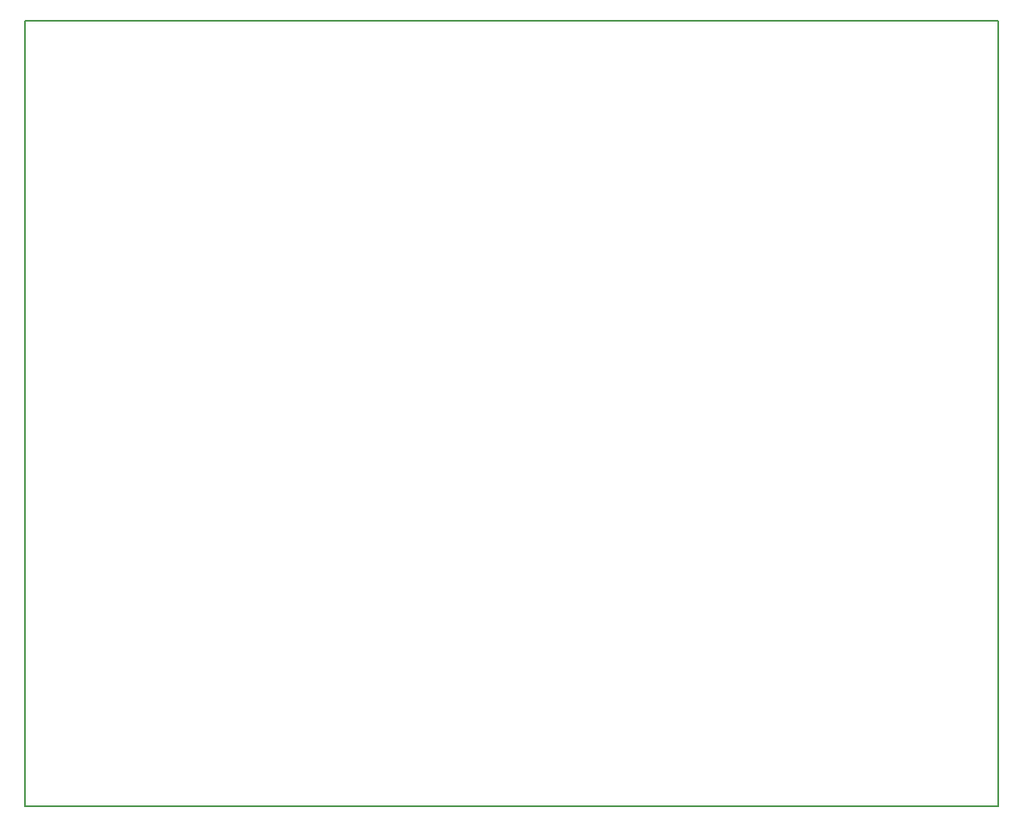
<source format=gbr>
%TF.GenerationSoftware,KiCad,Pcbnew,(5.0.0)*%
%TF.CreationDate,2019-06-06T16:06:29-05:00*%
%TF.ProjectId,Gun board,47756E20626F6172642E6B696361645F,rev?*%
%TF.SameCoordinates,Original*%
%TF.FileFunction,Profile,NP*%
%FSLAX46Y46*%
G04 Gerber Fmt 4.6, Leading zero omitted, Abs format (unit mm)*
G04 Created by KiCad (PCBNEW (5.0.0)) date 06/06/19 16:06:29*
%MOMM*%
%LPD*%
G01*
G04 APERTURE LIST*
%ADD10C,0.200000*%
G04 APERTURE END LIST*
D10*
X200660000Y-101600000D02*
X200660000Y-21590000D01*
X101600000Y-21590000D02*
X101600000Y-101600000D01*
X200660000Y-21590000D02*
X101600000Y-21590000D01*
X101600000Y-101600000D02*
X200660000Y-101600000D01*
M02*

</source>
